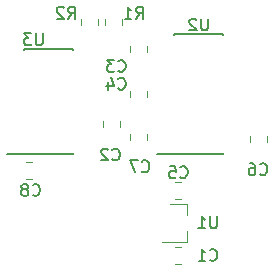
<source format=gbr>
G04 #@! TF.GenerationSoftware,KiCad,Pcbnew,(5.1.2)-1*
G04 #@! TF.CreationDate,2019-05-26T15:49:40+02:00*
G04 #@! TF.ProjectId,Dew Sensor,44657720-5365-46e7-936f-722e6b696361,rev?*
G04 #@! TF.SameCoordinates,Original*
G04 #@! TF.FileFunction,Legend,Bot*
G04 #@! TF.FilePolarity,Positive*
%FSLAX46Y46*%
G04 Gerber Fmt 4.6, Leading zero omitted, Abs format (unit mm)*
G04 Created by KiCad (PCBNEW (5.1.2)-1) date 2019-05-26 15:49:40*
%MOMM*%
%LPD*%
G04 APERTURE LIST*
%ADD10C,0.120000*%
%ADD11C,0.150000*%
G04 APERTURE END LIST*
D10*
X202290000Y-117491422D02*
X202290000Y-118008578D01*
X203710000Y-117491422D02*
X203710000Y-118008578D01*
X201710000Y-117491422D02*
X201710000Y-118008578D01*
X200290000Y-117491422D02*
X200290000Y-118008578D01*
X203529000Y-126623578D02*
X203529000Y-126106422D01*
X202109000Y-126623578D02*
X202109000Y-126106422D01*
X205815000Y-119756422D02*
X205815000Y-120273578D01*
X204395000Y-119756422D02*
X204395000Y-120273578D01*
X205815000Y-124083578D02*
X205815000Y-123566422D01*
X204395000Y-124083578D02*
X204395000Y-123566422D01*
X208241422Y-131290000D02*
X208758578Y-131290000D01*
X208241422Y-132710000D02*
X208758578Y-132710000D01*
X215975000Y-127893578D02*
X215975000Y-127376422D01*
X214555000Y-127893578D02*
X214555000Y-127376422D01*
X204395000Y-127766578D02*
X204395000Y-127249422D01*
X205815000Y-127766578D02*
X205815000Y-127249422D01*
X195623922Y-129592000D02*
X196141078Y-129592000D01*
X195623922Y-131012000D02*
X196141078Y-131012000D01*
X208758578Y-138210000D02*
X208241422Y-138210000D01*
X208758578Y-136790000D02*
X208241422Y-136790000D01*
D11*
X195410000Y-128885000D02*
X194035000Y-128885000D01*
X195410000Y-120010000D02*
X199560000Y-120010000D01*
X195410000Y-128910000D02*
X199560000Y-128910000D01*
X195410000Y-120010000D02*
X195410000Y-120125000D01*
X199560000Y-120010000D02*
X199560000Y-120125000D01*
X199560000Y-128910000D02*
X199560000Y-128795000D01*
X195410000Y-128910000D02*
X195410000Y-128885000D01*
X208110000Y-128900000D02*
X208110000Y-128875000D01*
X212260000Y-128900000D02*
X212260000Y-128795000D01*
X212260000Y-118750000D02*
X212260000Y-118855000D01*
X208110000Y-118750000D02*
X208110000Y-118855000D01*
X208110000Y-128900000D02*
X212260000Y-128900000D01*
X208110000Y-118750000D02*
X212260000Y-118750000D01*
X208110000Y-128875000D02*
X206735000Y-128875000D01*
D10*
X209260000Y-133170000D02*
X209260000Y-134100000D01*
X209260000Y-136330000D02*
X209260000Y-135400000D01*
X209260000Y-136330000D02*
X207100000Y-136330000D01*
X209260000Y-133170000D02*
X207800000Y-133170000D01*
D11*
X204916666Y-117452380D02*
X205250000Y-116976190D01*
X205488095Y-117452380D02*
X205488095Y-116452380D01*
X205107142Y-116452380D01*
X205011904Y-116500000D01*
X204964285Y-116547619D01*
X204916666Y-116642857D01*
X204916666Y-116785714D01*
X204964285Y-116880952D01*
X205011904Y-116928571D01*
X205107142Y-116976190D01*
X205488095Y-116976190D01*
X203964285Y-117452380D02*
X204535714Y-117452380D01*
X204250000Y-117452380D02*
X204250000Y-116452380D01*
X204345238Y-116595238D01*
X204440476Y-116690476D01*
X204535714Y-116738095D01*
X199166666Y-117452380D02*
X199500000Y-116976190D01*
X199738095Y-117452380D02*
X199738095Y-116452380D01*
X199357142Y-116452380D01*
X199261904Y-116500000D01*
X199214285Y-116547619D01*
X199166666Y-116642857D01*
X199166666Y-116785714D01*
X199214285Y-116880952D01*
X199261904Y-116928571D01*
X199357142Y-116976190D01*
X199738095Y-116976190D01*
X198785714Y-116547619D02*
X198738095Y-116500000D01*
X198642857Y-116452380D01*
X198404761Y-116452380D01*
X198309523Y-116500000D01*
X198261904Y-116547619D01*
X198214285Y-116642857D01*
X198214285Y-116738095D01*
X198261904Y-116880952D01*
X198833333Y-117452380D01*
X198214285Y-117452380D01*
X202916666Y-129357142D02*
X202964285Y-129404761D01*
X203107142Y-129452380D01*
X203202380Y-129452380D01*
X203345238Y-129404761D01*
X203440476Y-129309523D01*
X203488095Y-129214285D01*
X203535714Y-129023809D01*
X203535714Y-128880952D01*
X203488095Y-128690476D01*
X203440476Y-128595238D01*
X203345238Y-128500000D01*
X203202380Y-128452380D01*
X203107142Y-128452380D01*
X202964285Y-128500000D01*
X202916666Y-128547619D01*
X202535714Y-128547619D02*
X202488095Y-128500000D01*
X202392857Y-128452380D01*
X202154761Y-128452380D01*
X202059523Y-128500000D01*
X202011904Y-128547619D01*
X201964285Y-128642857D01*
X201964285Y-128738095D01*
X202011904Y-128880952D01*
X202583333Y-129452380D01*
X201964285Y-129452380D01*
X203416666Y-121857142D02*
X203464285Y-121904761D01*
X203607142Y-121952380D01*
X203702380Y-121952380D01*
X203845238Y-121904761D01*
X203940476Y-121809523D01*
X203988095Y-121714285D01*
X204035714Y-121523809D01*
X204035714Y-121380952D01*
X203988095Y-121190476D01*
X203940476Y-121095238D01*
X203845238Y-121000000D01*
X203702380Y-120952380D01*
X203607142Y-120952380D01*
X203464285Y-121000000D01*
X203416666Y-121047619D01*
X203083333Y-120952380D02*
X202464285Y-120952380D01*
X202797619Y-121333333D01*
X202654761Y-121333333D01*
X202559523Y-121380952D01*
X202511904Y-121428571D01*
X202464285Y-121523809D01*
X202464285Y-121761904D01*
X202511904Y-121857142D01*
X202559523Y-121904761D01*
X202654761Y-121952380D01*
X202940476Y-121952380D01*
X203035714Y-121904761D01*
X203083333Y-121857142D01*
X203416666Y-123357142D02*
X203464285Y-123404761D01*
X203607142Y-123452380D01*
X203702380Y-123452380D01*
X203845238Y-123404761D01*
X203940476Y-123309523D01*
X203988095Y-123214285D01*
X204035714Y-123023809D01*
X204035714Y-122880952D01*
X203988095Y-122690476D01*
X203940476Y-122595238D01*
X203845238Y-122500000D01*
X203702380Y-122452380D01*
X203607142Y-122452380D01*
X203464285Y-122500000D01*
X203416666Y-122547619D01*
X202559523Y-122785714D02*
X202559523Y-123452380D01*
X202797619Y-122404761D02*
X203035714Y-123119047D01*
X202416666Y-123119047D01*
X208666666Y-130857142D02*
X208714285Y-130904761D01*
X208857142Y-130952380D01*
X208952380Y-130952380D01*
X209095238Y-130904761D01*
X209190476Y-130809523D01*
X209238095Y-130714285D01*
X209285714Y-130523809D01*
X209285714Y-130380952D01*
X209238095Y-130190476D01*
X209190476Y-130095238D01*
X209095238Y-130000000D01*
X208952380Y-129952380D01*
X208857142Y-129952380D01*
X208714285Y-130000000D01*
X208666666Y-130047619D01*
X207761904Y-129952380D02*
X208238095Y-129952380D01*
X208285714Y-130428571D01*
X208238095Y-130380952D01*
X208142857Y-130333333D01*
X207904761Y-130333333D01*
X207809523Y-130380952D01*
X207761904Y-130428571D01*
X207714285Y-130523809D01*
X207714285Y-130761904D01*
X207761904Y-130857142D01*
X207809523Y-130904761D01*
X207904761Y-130952380D01*
X208142857Y-130952380D01*
X208238095Y-130904761D01*
X208285714Y-130857142D01*
X215416666Y-130607142D02*
X215464285Y-130654761D01*
X215607142Y-130702380D01*
X215702380Y-130702380D01*
X215845238Y-130654761D01*
X215940476Y-130559523D01*
X215988095Y-130464285D01*
X216035714Y-130273809D01*
X216035714Y-130130952D01*
X215988095Y-129940476D01*
X215940476Y-129845238D01*
X215845238Y-129750000D01*
X215702380Y-129702380D01*
X215607142Y-129702380D01*
X215464285Y-129750000D01*
X215416666Y-129797619D01*
X214559523Y-129702380D02*
X214750000Y-129702380D01*
X214845238Y-129750000D01*
X214892857Y-129797619D01*
X214988095Y-129940476D01*
X215035714Y-130130952D01*
X215035714Y-130511904D01*
X214988095Y-130607142D01*
X214940476Y-130654761D01*
X214845238Y-130702380D01*
X214654761Y-130702380D01*
X214559523Y-130654761D01*
X214511904Y-130607142D01*
X214464285Y-130511904D01*
X214464285Y-130273809D01*
X214511904Y-130178571D01*
X214559523Y-130130952D01*
X214654761Y-130083333D01*
X214845238Y-130083333D01*
X214940476Y-130130952D01*
X214988095Y-130178571D01*
X215035714Y-130273809D01*
X205416666Y-130357142D02*
X205464285Y-130404761D01*
X205607142Y-130452380D01*
X205702380Y-130452380D01*
X205845238Y-130404761D01*
X205940476Y-130309523D01*
X205988095Y-130214285D01*
X206035714Y-130023809D01*
X206035714Y-129880952D01*
X205988095Y-129690476D01*
X205940476Y-129595238D01*
X205845238Y-129500000D01*
X205702380Y-129452380D01*
X205607142Y-129452380D01*
X205464285Y-129500000D01*
X205416666Y-129547619D01*
X205083333Y-129452380D02*
X204416666Y-129452380D01*
X204845238Y-130452380D01*
X196166666Y-132357142D02*
X196214285Y-132404761D01*
X196357142Y-132452380D01*
X196452380Y-132452380D01*
X196595238Y-132404761D01*
X196690476Y-132309523D01*
X196738095Y-132214285D01*
X196785714Y-132023809D01*
X196785714Y-131880952D01*
X196738095Y-131690476D01*
X196690476Y-131595238D01*
X196595238Y-131500000D01*
X196452380Y-131452380D01*
X196357142Y-131452380D01*
X196214285Y-131500000D01*
X196166666Y-131547619D01*
X195595238Y-131880952D02*
X195690476Y-131833333D01*
X195738095Y-131785714D01*
X195785714Y-131690476D01*
X195785714Y-131642857D01*
X195738095Y-131547619D01*
X195690476Y-131500000D01*
X195595238Y-131452380D01*
X195404761Y-131452380D01*
X195309523Y-131500000D01*
X195261904Y-131547619D01*
X195214285Y-131642857D01*
X195214285Y-131690476D01*
X195261904Y-131785714D01*
X195309523Y-131833333D01*
X195404761Y-131880952D01*
X195595238Y-131880952D01*
X195690476Y-131928571D01*
X195738095Y-131976190D01*
X195785714Y-132071428D01*
X195785714Y-132261904D01*
X195738095Y-132357142D01*
X195690476Y-132404761D01*
X195595238Y-132452380D01*
X195404761Y-132452380D01*
X195309523Y-132404761D01*
X195261904Y-132357142D01*
X195214285Y-132261904D01*
X195214285Y-132071428D01*
X195261904Y-131976190D01*
X195309523Y-131928571D01*
X195404761Y-131880952D01*
X211166666Y-137857142D02*
X211214285Y-137904761D01*
X211357142Y-137952380D01*
X211452380Y-137952380D01*
X211595238Y-137904761D01*
X211690476Y-137809523D01*
X211738095Y-137714285D01*
X211785714Y-137523809D01*
X211785714Y-137380952D01*
X211738095Y-137190476D01*
X211690476Y-137095238D01*
X211595238Y-137000000D01*
X211452380Y-136952380D01*
X211357142Y-136952380D01*
X211214285Y-137000000D01*
X211166666Y-137047619D01*
X210214285Y-137952380D02*
X210785714Y-137952380D01*
X210500000Y-137952380D02*
X210500000Y-136952380D01*
X210595238Y-137095238D01*
X210690476Y-137190476D01*
X210785714Y-137238095D01*
X197011904Y-118702380D02*
X197011904Y-119511904D01*
X196964285Y-119607142D01*
X196916666Y-119654761D01*
X196821428Y-119702380D01*
X196630952Y-119702380D01*
X196535714Y-119654761D01*
X196488095Y-119607142D01*
X196440476Y-119511904D01*
X196440476Y-118702380D01*
X196059523Y-118702380D02*
X195440476Y-118702380D01*
X195773809Y-119083333D01*
X195630952Y-119083333D01*
X195535714Y-119130952D01*
X195488095Y-119178571D01*
X195440476Y-119273809D01*
X195440476Y-119511904D01*
X195488095Y-119607142D01*
X195535714Y-119654761D01*
X195630952Y-119702380D01*
X195916666Y-119702380D01*
X196011904Y-119654761D01*
X196059523Y-119607142D01*
X211011904Y-117452380D02*
X211011904Y-118261904D01*
X210964285Y-118357142D01*
X210916666Y-118404761D01*
X210821428Y-118452380D01*
X210630952Y-118452380D01*
X210535714Y-118404761D01*
X210488095Y-118357142D01*
X210440476Y-118261904D01*
X210440476Y-117452380D01*
X210011904Y-117547619D02*
X209964285Y-117500000D01*
X209869047Y-117452380D01*
X209630952Y-117452380D01*
X209535714Y-117500000D01*
X209488095Y-117547619D01*
X209440476Y-117642857D01*
X209440476Y-117738095D01*
X209488095Y-117880952D01*
X210059523Y-118452380D01*
X209440476Y-118452380D01*
X211761904Y-134202380D02*
X211761904Y-135011904D01*
X211714285Y-135107142D01*
X211666666Y-135154761D01*
X211571428Y-135202380D01*
X211380952Y-135202380D01*
X211285714Y-135154761D01*
X211238095Y-135107142D01*
X211190476Y-135011904D01*
X211190476Y-134202380D01*
X210190476Y-135202380D02*
X210761904Y-135202380D01*
X210476190Y-135202380D02*
X210476190Y-134202380D01*
X210571428Y-134345238D01*
X210666666Y-134440476D01*
X210761904Y-134488095D01*
M02*

</source>
